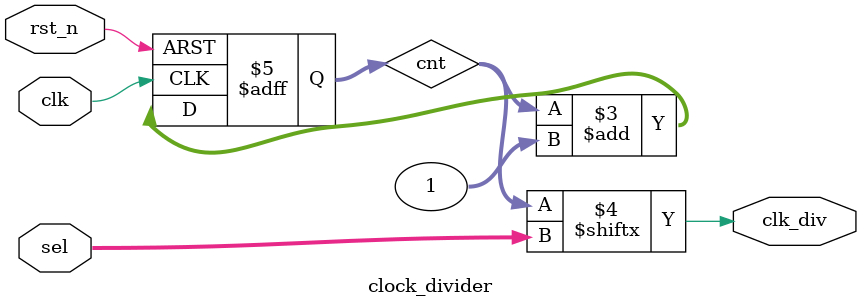
<source format=v>
`timescale 1ns / 1ps

module clock_divider(
    input clk,
    input rst_n,
    input [4:0] sel,
    output clk_div
);
    reg [31:0] cnt;

    // 32-bit free-running counter
    always @(posedge clk or negedge rst_n) begin
        if (!rst_n)
            cnt <= 32'd0;
        else
            cnt <= cnt + 1;
    end

    // Use the 'sel' input to pick one bit from the counter as the output clock
    assign clk_div = cnt[sel];

endmodule
</source>
